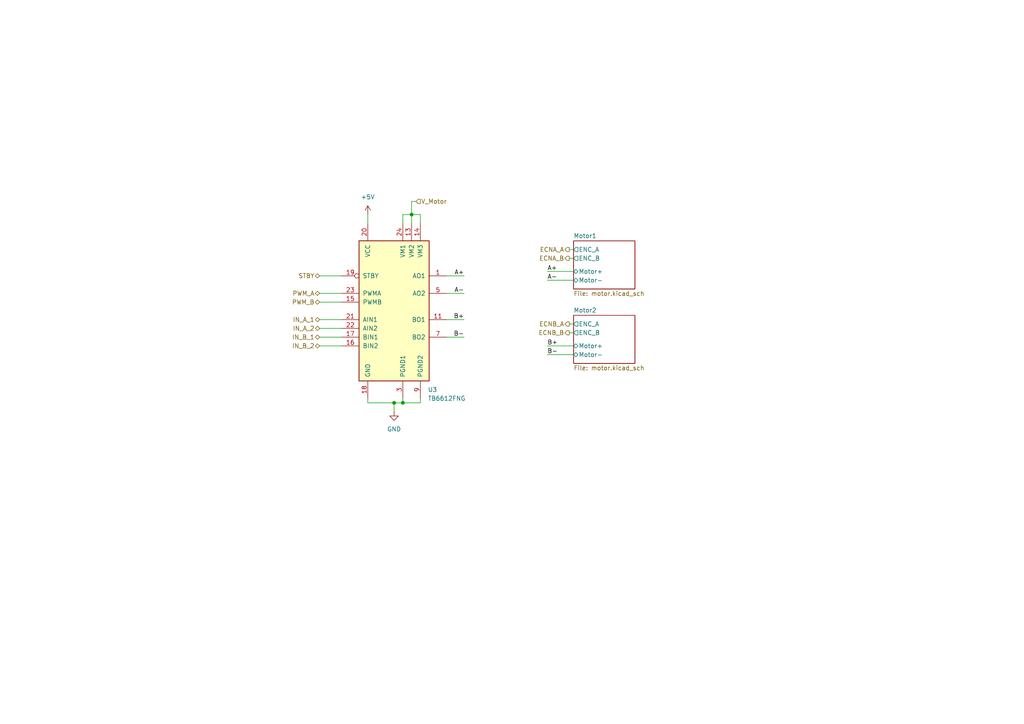
<source format=kicad_sch>
(kicad_sch (version 20250114) (generator "eeschema") (generator_version "9.0")
  (paper "A4")
  (lib_symbols
    (symbol "Driver_Motor:TB6612FNG" (pin_names (offset 1.016))
      (property "Reference" "U" (at 11.43 17.78 0))
      (property "Value" "TB6612FNG" (at 11.43 15.24 0))
      (symbol "TB6612FNG_0_1"
        (rectangle (start -10.16 20.32) (end 10.16 -20.32) (stroke (width 0.254)) (fill (type background)))
      )
      (symbol "TB6612FNG_1_1"
        (pin input inverted (at -15.24 10.16 0) (length 5.08) (name "STBY") (number "19"))
        (pin input line (at -15.24 5.08 0) (length 5.08) (name "PWMA") (number "23"))
        (pin input line (at -15.24 2.54 0) (length 5.08) (name "PWMB") (number "15"))
        (pin input line (at -15.24 -2.54 0) (length 5.08) (name "AIN1") (number "21"))
        (pin input line (at -15.24 -5.08 0) (length 5.08) (name "AIN2") (number "22"))
        (pin input line (at -15.24 -7.62 0) (length 5.08) (name "BIN1") (number "17"))
        (pin input line (at -15.24 -10.16 0) (length 5.08) (name "BIN2") (number "16"))
        (pin power_in line (at -7.62 25.4 270) (length 5.08) (name "VCC") (number "20"))
        (pin power_in line (at -7.62 -25.4 90) (length 5.08) (name "GND") (number "18"))
        (pin power_in line (at 2.54 25.4 270) (length 5.08) (name "VM1") (number "24"))
        (pin power_in line (at 2.54 -25.4 90) (length 5.08) (name "PGND1") (number "3"))
        (pin passive line (at 2.54 -25.4 90) (length 5.08) (hide yes) (name "PGND1") (number "4"))
        (pin power_in line (at 5.08 25.4 270) (length 5.08) (name "VM2") (number "13"))
        (pin power_in line (at 7.62 25.4 270) (length 5.08) (name "VM3") (number "14"))
        (pin passive line (at 7.62 -25.4 90) (length 5.08) (hide yes) (name "PGND2") (number "10"))
        (pin power_in line (at 7.62 -25.4 90) (length 5.08) (name "PGND2") (number "9"))
        (pin output line (at 15.24 10.16 180) (length 5.08) (name "AO1") (number "1"))
        (pin passive line (at 15.24 10.16 180) (length 5.08) (hide yes) (name "AO1") (number "2"))
        (pin output line (at 15.24 5.08 180) (length 5.08) (name "AO2") (number "5"))
        (pin passive line (at 15.24 5.08 180) (length 5.08) (hide yes) (name "AO2") (number "6"))
        (pin output line (at 15.24 -2.54 180) (length 5.08) (name "BO1") (number "11"))
        (pin passive line (at 15.24 -2.54 180) (length 5.08) (hide yes) (name "BO1") (number "12"))
        (pin output line (at 15.24 -7.62 180) (length 5.08) (name "BO2") (number "7"))
        (pin passive line (at 15.24 -7.62 180) (length 5.08) (hide yes) (name "BO2") (number "8"))
      )
    )
    (symbol "power:+5V" (power) (pin_numbers (hide yes)) (pin_names (offset 0) (hide yes))
      (property "Value" "+5V" (at 0 3.556 0))
      (symbol "+5V_0_1"
        (polyline (pts (xy -0.762 1.27) (xy 0 2.54)))
        (polyline (pts (xy 0 2.54) (xy 0.762 1.27)))
        (polyline (pts (xy 0 0) (xy 0 2.54)))
      )
      (symbol "+5V_1_1"
        (pin power_in line (at 0 0 90) (length 0) (name "~") (number "1"))
      )
    )
    (symbol "power:GND" (power) (pin_numbers (hide yes)) (pin_names (offset 0) (hide yes))
      (property "Value" "GND" (at 0 -3.81 0))
      (symbol "GND_0_1"
        (polyline (pts (xy 0 0) (xy 0 -1.27) (xy 1.27 -1.27) (xy 0 -2.54) (xy -1.27 -1.27) (xy 0 -1.27)))
      )
      (symbol "GND_1_1"
        (pin power_in line (at 0 0 270) (length 0) (name "~") (number "1"))
      )
    )
  )
  (junction (at 116.84 116.84))
  (junction (at 114.3 116.84))
  (junction (at 119.38 62.23))
  (wire (pts (xy 92.71 92.71) (xy 99.06 92.71)))
  (wire (pts (xy 129.54 97.79) (xy 134.62 97.79)))
  (wire (pts (xy 92.71 87.63) (xy 99.06 87.63)))
  (wire (pts (xy 116.84 64.77) (xy 116.84 62.23)))
  (wire (pts (xy 158.75 100.33) (xy 166.37 100.33)))
  (wire (pts (xy 92.71 97.79) (xy 99.06 97.79)))
  (wire (pts (xy 165.1 93.98) (xy 166.37 93.98)))
  (wire (pts (xy 158.75 102.87) (xy 166.37 102.87)))
  (wire (pts (xy 158.75 78.74) (xy 166.37 78.74)))
  (wire (pts (xy 129.54 92.71) (xy 134.62 92.71)))
  (wire (pts (xy 92.71 95.25) (xy 99.06 95.25)))
  (wire (pts (xy 121.92 115.57) (xy 121.92 116.84)))
  (wire (pts (xy 165.1 74.93) (xy 166.37 74.93)))
  (wire (pts (xy 92.71 80.01) (xy 99.06 80.01)))
  (wire (pts (xy 114.3 116.84) (xy 106.68 116.84)))
  (wire (pts (xy 106.68 62.23) (xy 106.68 64.77)))
  (wire (pts (xy 158.75 81.28) (xy 166.37 81.28)))
  (wire (pts (xy 92.71 85.09) (xy 99.06 85.09)))
  (wire (pts (xy 116.84 115.57) (xy 116.84 116.84)))
  (wire (pts (xy 106.68 116.84) (xy 106.68 115.57)))
  (wire (pts (xy 119.38 62.23) (xy 119.38 64.77)))
  (wire (pts (xy 165.1 96.52) (xy 166.37 96.52)))
  (wire (pts (xy 129.54 85.09) (xy 134.62 85.09)))
  (wire (pts (xy 116.84 62.23) (xy 119.38 62.23)))
  (wire (pts (xy 119.38 62.23) (xy 121.92 62.23)))
  (wire (pts (xy 121.92 116.84) (xy 116.84 116.84)))
  (wire (pts (xy 114.3 116.84) (xy 114.3 119.38)))
  (wire (pts (xy 92.71 100.33) (xy 99.06 100.33)))
  (wire (pts (xy 120.65 58.42) (xy 119.38 58.42)))
  (wire (pts (xy 116.84 116.84) (xy 114.3 116.84)))
  (wire (pts (xy 119.38 58.42) (xy 119.38 62.23)))
  (wire (pts (xy 121.92 62.23) (xy 121.92 64.77)))
  (wire (pts (xy 129.54 80.01) (xy 134.62 80.01)))
  (wire (pts (xy 165.1 72.39) (xy 166.37 72.39)))
  (label "B+" (at 134.62 92.71 180))
  (label "A+" (at 134.62 80.01 180))
  (label "B-" (at 158.75 102.87 0))
  (label "B+" (at 158.75 100.33 0))
  (label "A-" (at 158.75 81.28 0))
  (label "A-" (at 134.62 85.09 180))
  (label "A+" (at 158.75 78.74 0))
  (label "B-" (at 134.62 97.79 180))
  (hierarchical_label "IN_A_2" (shape bidirectional) (at 92.71 95.25 180))
  (hierarchical_label "IN_B_1" (shape bidirectional) (at 92.71 97.79 180))
  (hierarchical_label "ECNB_A" (shape output) (at 165.1 93.98 180))
  (hierarchical_label "ECNB_B" (shape output) (at 165.1 96.52 180))
  (hierarchical_label "IN_B_2" (shape bidirectional) (at 92.71 100.33 180))
  (hierarchical_label "PWM_A" (shape bidirectional) (at 92.71 85.09 180))
  (hierarchical_label "V_Motor" (shape input) (at 120.65 58.42 0))
  (hierarchical_label "IN_A_1" (shape bidirectional) (at 92.71 92.71 180))
  (hierarchical_label "ECNA_B" (shape output) (at 165.1 74.93 180))
  (hierarchical_label "ECNA_A" (shape output) (at 165.1 72.39 180))
  (hierarchical_label "PWM_B" (shape bidirectional) (at 92.71 87.63 180))
  (hierarchical_label "STBY" (shape bidirectional) (at 92.71 80.01 180))
  (symbol (lib_id "power:+5V") (at 106.68 62.23 0) (unit 1)
    (property "Reference" "#PWR03" (effects (hide yes)))
    (property "Value" "+5V" (at 106.68 57.15 0))
    (property "Description" "Power symbol creates a global label with name \"+5V\"" (effects (hide yes)))
    (instances (project "MotorTreiber" (path "" (reference "#PWR03") (unit 1)) (path "" (reference "#PWR04") (unit 1))))
  )
  (symbol (lib_id "Driver_Motor:TB6612FNG") (at 114.3 90.17 0) (unit 1)
    (property "Reference" "U3" (at 124.0633 113.03 0) (effects (justify left)))
    (property "Value" "TB6612FNG" (at 124.0633 115.57 0) (effects (justify left)))
    (property "Footprint" "Robotik:SSOP-24_5.3x8.2mm_P0.65mm" (effects (hide yes)))
    (property "Datasheet" "https://toshiba.semicon-storage.com/us/product/linear/motordriver/detail.TB6612FNG.html" (effects (hide yes)))
    (property "Description" "Driver IC for Dual DC motor, SSOP-24" (effects (hide yes)))
    (instances (project "MotorTreiber" (path "" (reference "U3") (unit 1)) (path "" (reference "U4") (unit 1))))
  )
  (symbol (lib_id "power:GND") (at 114.3 119.38 0) (unit 1)
    (property "Reference" "#PWR05" (effects (hide yes)))
    (property "Value" "GND" (at 114.3 124.46 0))
    (property "Description" "Power symbol creates a global label with name \"GND\" , ground" (effects (hide yes)))
    (instances (project "MotorTreiber" (path "" (reference "#PWR05") (unit 1)) (path "" (reference "#PWR06") (unit 1))))
  )
  (sheet (at 166.37 91.44) (size 17.78 13.97) (stroke (width 0.1524))
    (property "Sheetname" "Motor2" (at 166.37 90.7284 0) (effects (justify left bottom)))
    (property "Sheetfile" "motor.kicad_sch" (at 166.37 105.9946 0) (effects (justify left top)))
    (pin "ENC_A" output (at 166.37 93.98 180))
    (pin "ENC_B" output (at 166.37 96.52 180))
    (pin "Motor+" bidirectional (at 166.37 100.33 180))
    (pin "Motor-" bidirectional (at 166.37 102.87 180))
  )
  (sheet (at 166.37 69.85) (size 17.78 13.97) (stroke (width 0.1524))
    (property "Sheetname" "Motor1" (at 166.37 69.1384 0) (effects (justify left bottom)))
    (property "Sheetfile" "motor.kicad_sch" (at 166.37 84.4046 0) (effects (justify left top)))
    (pin "ENC_A" output (at 166.37 72.39 180))
    (pin "ENC_B" output (at 166.37 74.93 180))
    (pin "Motor+" bidirectional (at 166.37 78.74 180))
    (pin "Motor-" bidirectional (at 166.37 81.28 180))
  )
)
</source>
